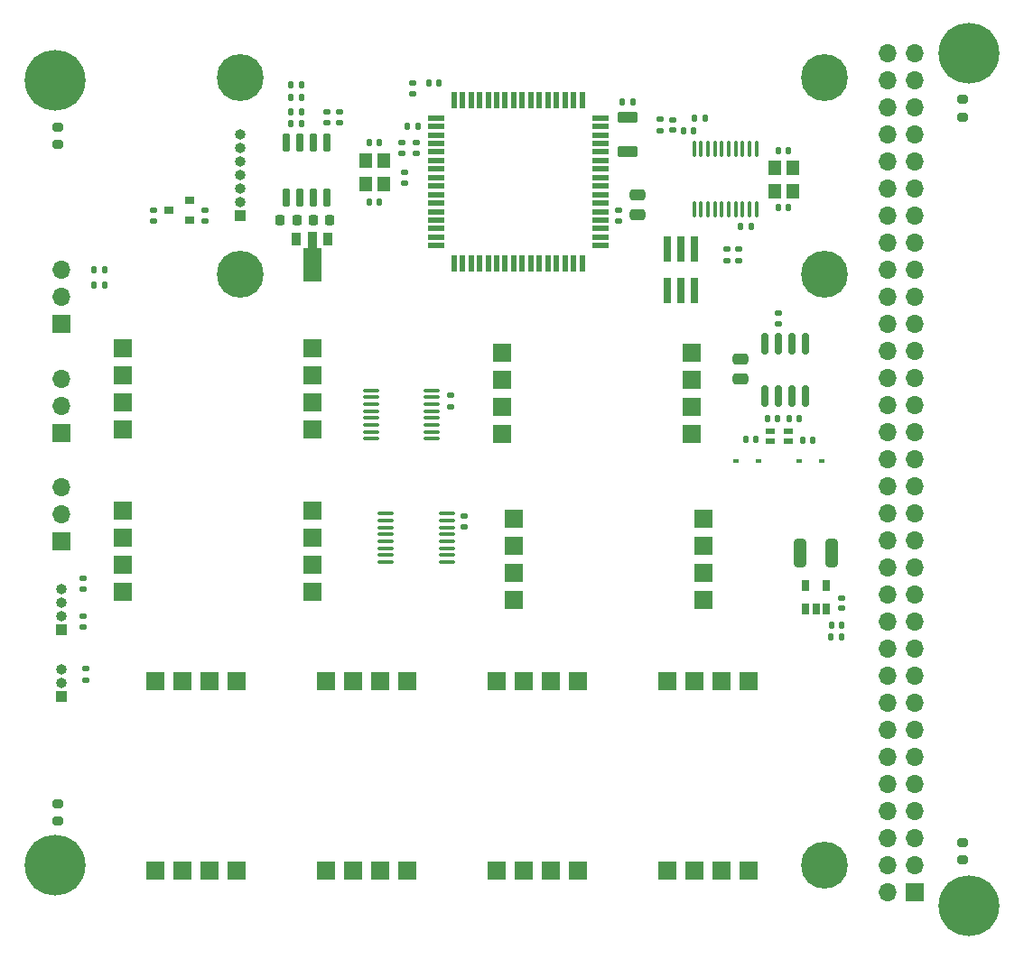
<source format=gbr>
%TF.GenerationSoftware,KiCad,Pcbnew,(6.0.0-rc1-155-g08cb573e11)*%
%TF.CreationDate,2021-12-21T18:41:38+09:00*%
%TF.ProjectId,ykts-payload,796b7473-2d70-4617-996c-6f61642e6b69,A1*%
%TF.SameCoordinates,Original*%
%TF.FileFunction,Soldermask,Top*%
%TF.FilePolarity,Negative*%
%FSLAX46Y46*%
G04 Gerber Fmt 4.6, Leading zero omitted, Abs format (unit mm)*
G04 Created by KiCad (PCBNEW (6.0.0-rc1-155-g08cb573e11)) date 2021-12-21 18:41:38*
%MOMM*%
%LPD*%
G01*
G04 APERTURE LIST*
G04 Aperture macros list*
%AMRoundRect*
0 Rectangle with rounded corners*
0 $1 Rounding radius*
0 $2 $3 $4 $5 $6 $7 $8 $9 X,Y pos of 4 corners*
0 Add a 4 corners polygon primitive as box body*
4,1,4,$2,$3,$4,$5,$6,$7,$8,$9,$2,$3,0*
0 Add four circle primitives for the rounded corners*
1,1,$1+$1,$2,$3*
1,1,$1+$1,$4,$5*
1,1,$1+$1,$6,$7*
1,1,$1+$1,$8,$9*
0 Add four rect primitives between the rounded corners*
20,1,$1+$1,$2,$3,$4,$5,0*
20,1,$1+$1,$4,$5,$6,$7,0*
20,1,$1+$1,$6,$7,$8,$9,0*
20,1,$1+$1,$8,$9,$2,$3,0*%
%AMFreePoly0*
4,1,9,3.862500,-0.866500,0.737500,-0.866500,0.737500,-0.450000,-0.737500,-0.450000,-0.737500,0.450000,0.737500,0.450000,0.737500,0.866500,3.862500,0.866500,3.862500,-0.866500,3.862500,-0.866500,$1*%
G04 Aperture macros list end*
%ADD10C,5.700000*%
%ADD11R,1.700000X1.700000*%
%ADD12O,1.700000X1.700000*%
%ADD13RoundRect,0.140000X0.170000X-0.140000X0.170000X0.140000X-0.170000X0.140000X-0.170000X-0.140000X0*%
%ADD14RoundRect,0.140000X0.140000X0.170000X-0.140000X0.170000X-0.140000X-0.170000X0.140000X-0.170000X0*%
%ADD15RoundRect,0.250000X0.475000X-0.250000X0.475000X0.250000X-0.475000X0.250000X-0.475000X-0.250000X0*%
%ADD16RoundRect,0.140000X-0.140000X-0.170000X0.140000X-0.170000X0.140000X0.170000X-0.140000X0.170000X0*%
%ADD17R,0.600000X0.450000*%
%ADD18RoundRect,0.025500X-0.354500X0.229500X-0.354500X-0.229500X0.354500X-0.229500X0.354500X0.229500X0*%
%ADD19C,4.400000*%
%ADD20R,1.000000X1.000000*%
%ADD21O,1.000000X1.000000*%
%ADD22RoundRect,0.250000X0.700000X-0.275000X0.700000X0.275000X-0.700000X0.275000X-0.700000X-0.275000X0*%
%ADD23RoundRect,0.135000X-0.185000X0.135000X-0.185000X-0.135000X0.185000X-0.135000X0.185000X0.135000X0*%
%ADD24RoundRect,0.135000X0.185000X-0.135000X0.185000X0.135000X-0.185000X0.135000X-0.185000X-0.135000X0*%
%ADD25RoundRect,0.135000X0.135000X0.185000X-0.135000X0.185000X-0.135000X-0.185000X0.135000X-0.185000X0*%
%ADD26RoundRect,0.135000X-0.135000X-0.185000X0.135000X-0.185000X0.135000X0.185000X-0.135000X0.185000X0*%
%ADD27RoundRect,0.100000X0.637500X0.100000X-0.637500X0.100000X-0.637500X-0.100000X0.637500X-0.100000X0*%
%ADD28RoundRect,0.140000X-0.170000X0.140000X-0.170000X-0.140000X0.170000X-0.140000X0.170000X0.140000X0*%
%ADD29RoundRect,0.147500X-0.147500X-0.172500X0.147500X-0.172500X0.147500X0.172500X-0.147500X0.172500X0*%
%ADD30R,0.550000X1.500000*%
%ADD31R,1.500000X0.550000*%
%ADD32R,1.200000X1.400000*%
%ADD33RoundRect,0.100000X0.100000X-0.637500X0.100000X0.637500X-0.100000X0.637500X-0.100000X-0.637500X0*%
%ADD34RoundRect,0.150000X-0.150000X0.825000X-0.150000X-0.825000X0.150000X-0.825000X0.150000X0.825000X0*%
%ADD35R,0.740000X2.400000*%
%ADD36R,0.900000X0.800000*%
%ADD37RoundRect,0.250000X-0.312500X-1.075000X0.312500X-1.075000X0.312500X1.075000X-0.312500X1.075000X0*%
%ADD38RoundRect,0.225000X0.225000X0.250000X-0.225000X0.250000X-0.225000X-0.250000X0.225000X-0.250000X0*%
%ADD39RoundRect,0.200000X0.275000X-0.200000X0.275000X0.200000X-0.275000X0.200000X-0.275000X-0.200000X0*%
%ADD40RoundRect,0.200000X-0.275000X0.200000X-0.275000X-0.200000X0.275000X-0.200000X0.275000X0.200000X0*%
%ADD41RoundRect,0.225000X-0.225000X-0.250000X0.225000X-0.250000X0.225000X0.250000X-0.225000X0.250000X0*%
%ADD42R,0.900000X1.300000*%
%ADD43FreePoly0,270.000000*%
%ADD44RoundRect,0.147500X0.147500X0.172500X-0.147500X0.172500X-0.147500X-0.172500X0.147500X-0.172500X0*%
%ADD45RoundRect,0.150000X-0.150000X0.725000X-0.150000X-0.725000X0.150000X-0.725000X0.150000X0.725000X0*%
%ADD46R,0.650000X1.060000*%
G04 APERTURE END LIST*
D10*
%TO.C,H1*%
X179705000Y-144780000D03*
%TD*%
%TO.C,H2*%
X179705000Y-64770000D03*
%TD*%
%TO.C,H3*%
X93980000Y-67310000D03*
%TD*%
%TO.C,H4*%
X93980000Y-140970000D03*
%TD*%
D11*
%TO.C,J3*%
X174625000Y-143510000D03*
D12*
X172085000Y-143510000D03*
X174625000Y-140970000D03*
X172085000Y-140970000D03*
X174625000Y-138430000D03*
X172085000Y-138430000D03*
X174625000Y-135890000D03*
X172085000Y-135890000D03*
X174625000Y-133350000D03*
X172085000Y-133350000D03*
X174625000Y-130810000D03*
X172085000Y-130810000D03*
X174625000Y-128270000D03*
X172085000Y-128270000D03*
X174625000Y-125730000D03*
X172085000Y-125730000D03*
X174625000Y-123190000D03*
X172085000Y-123190000D03*
X174625000Y-120650000D03*
X172085000Y-120650000D03*
X174625000Y-118110000D03*
X172085000Y-118110000D03*
X174625000Y-115570000D03*
X172085000Y-115570000D03*
X174625000Y-113030000D03*
X172085000Y-113030000D03*
X174625000Y-110490000D03*
X172085000Y-110490000D03*
X174625000Y-107950000D03*
X172085000Y-107950000D03*
X174625000Y-105410000D03*
X172085000Y-105410000D03*
X174625000Y-102870000D03*
X172085000Y-102870000D03*
X174625000Y-100330000D03*
X172085000Y-100330000D03*
X174625000Y-97790000D03*
X172085000Y-97790000D03*
X174625000Y-95250000D03*
X172085000Y-95250000D03*
X174625000Y-92710000D03*
X172085000Y-92710000D03*
X174625000Y-90170000D03*
X172085000Y-90170000D03*
X174625000Y-87630000D03*
X172085000Y-87630000D03*
X174625000Y-85090000D03*
X172085000Y-85090000D03*
X174625000Y-82550000D03*
X172085000Y-82550000D03*
X174625000Y-80010000D03*
X172085000Y-80010000D03*
X174625000Y-77470000D03*
X172085000Y-77470000D03*
X174625000Y-74930000D03*
X172085000Y-74930000D03*
X174625000Y-72390000D03*
X172085000Y-72390000D03*
X174625000Y-69850000D03*
X172085000Y-69850000D03*
X174625000Y-67310000D03*
X172085000Y-67310000D03*
X174625000Y-64770000D03*
X172085000Y-64770000D03*
%TD*%
D11*
%TO.C,J7*%
X94615000Y-90170000D03*
D12*
X94615000Y-87630000D03*
X94615000Y-85090000D03*
%TD*%
D13*
%TO.C,C3*%
X126492000Y-74140000D03*
X126492000Y-73180000D03*
%TD*%
%TO.C,C4*%
X146812000Y-80490000D03*
X146812000Y-79530000D03*
%TD*%
D14*
%TO.C,C11*%
X162786000Y-79248000D03*
X161826000Y-79248000D03*
%TD*%
D15*
%TO.C,C13*%
X158242000Y-95358000D03*
X158242000Y-93458000D03*
%TD*%
D16*
%TO.C,CH1*%
X162842000Y-99060000D03*
X163802000Y-99060000D03*
%TD*%
D14*
%TO.C,CL1*%
X161770000Y-99060000D03*
X160810000Y-99060000D03*
%TD*%
D17*
%TO.C,D5*%
X163796000Y-102997000D03*
X165896000Y-102997000D03*
%TD*%
D18*
%TO.C,FL1*%
X162760000Y-100276000D03*
X161090000Y-100276000D03*
X161090000Y-101146000D03*
X162760000Y-101146000D03*
%TD*%
D13*
%TO.C,C15*%
X161798000Y-90142000D03*
X161798000Y-89182000D03*
%TD*%
D19*
%TO.C,H5*%
X111379000Y-85471000D03*
%TD*%
%TO.C,H6*%
X111379000Y-67056000D03*
%TD*%
%TO.C,H7*%
X166116000Y-67056000D03*
%TD*%
%TO.C,H8*%
X166116000Y-85471000D03*
%TD*%
D20*
%TO.C,J2*%
X111379000Y-80010000D03*
D21*
X111379000Y-78740000D03*
X111379000Y-77470000D03*
X111379000Y-76200000D03*
X111379000Y-74930000D03*
X111379000Y-73660000D03*
X111379000Y-72390000D03*
%TD*%
D20*
%TO.C,J5*%
X94615000Y-118867000D03*
D21*
X94615000Y-117597000D03*
X94615000Y-116327000D03*
X94615000Y-115057000D03*
%TD*%
D22*
%TO.C,L1*%
X147701000Y-73965000D03*
X147701000Y-70815000D03*
%TD*%
D23*
%TO.C,R11*%
X127889000Y-73150000D03*
X127889000Y-74170000D03*
%TD*%
D24*
%TO.C,R12*%
X126746000Y-76964000D03*
X126746000Y-75944000D03*
%TD*%
D25*
%TO.C,R13*%
X128018000Y-71628000D03*
X126998000Y-71628000D03*
%TD*%
D24*
%TO.C,R16*%
X127508000Y-68582000D03*
X127508000Y-67562000D03*
%TD*%
D23*
%TO.C,R27*%
X132334000Y-108202000D03*
X132334000Y-109222000D03*
%TD*%
D25*
%TO.C,R28*%
X159260000Y-81026000D03*
X158240000Y-81026000D03*
%TD*%
D26*
%TO.C,R29*%
X153922000Y-70866000D03*
X154942000Y-70866000D03*
%TD*%
D24*
%TO.C,R30*%
X150749000Y-72011000D03*
X150749000Y-70991000D03*
%TD*%
D27*
%TO.C,U5*%
X129354500Y-100954000D03*
X129354500Y-100304000D03*
X129354500Y-99654000D03*
X129354500Y-99004000D03*
X129354500Y-98354000D03*
X129354500Y-97704000D03*
X129354500Y-97054000D03*
X129354500Y-96404000D03*
X123629500Y-96404000D03*
X123629500Y-97054000D03*
X123629500Y-97704000D03*
X123629500Y-98354000D03*
X123629500Y-99004000D03*
X123629500Y-99654000D03*
X123629500Y-100304000D03*
X123629500Y-100954000D03*
%TD*%
D16*
%TO.C,C2*%
X123473755Y-73154000D03*
X124433755Y-73154000D03*
%TD*%
%TO.C,C5*%
X147221000Y-69342000D03*
X148181000Y-69342000D03*
%TD*%
D15*
%TO.C,C6*%
X148590000Y-79944000D03*
X148590000Y-78044000D03*
%TD*%
D16*
%TO.C,C10*%
X161826000Y-73914000D03*
X162786000Y-73914000D03*
%TD*%
D14*
%TO.C,C12*%
X153896000Y-72009000D03*
X152936000Y-72009000D03*
%TD*%
D28*
%TO.C,C14*%
X151892000Y-71021000D03*
X151892000Y-71981000D03*
%TD*%
D14*
%TO.C,CH2*%
X159738000Y-100965000D03*
X158778000Y-100965000D03*
%TD*%
D16*
%TO.C,CL2*%
X164112000Y-101092000D03*
X165072000Y-101092000D03*
%TD*%
D29*
%TO.C,D2*%
X129055000Y-67564000D03*
X130025000Y-67564000D03*
%TD*%
D17*
%TO.C,D4*%
X159927000Y-102997000D03*
X157827000Y-102997000D03*
%TD*%
D30*
%TO.C,U1*%
X143414000Y-69135000D03*
X142614000Y-69135000D03*
X141814000Y-69135000D03*
X141014000Y-69135000D03*
X140214000Y-69135000D03*
X139414000Y-69135000D03*
X138614000Y-69135000D03*
X137814000Y-69135000D03*
X137014000Y-69135000D03*
X136214000Y-69135000D03*
X135414000Y-69135000D03*
X134614000Y-69135000D03*
X133814000Y-69135000D03*
X133014000Y-69135000D03*
X132214000Y-69135000D03*
X131414000Y-69135000D03*
D31*
X129714000Y-70835000D03*
X129714000Y-71635000D03*
X129714000Y-72435000D03*
X129714000Y-73235000D03*
X129714000Y-74035000D03*
X129714000Y-74835000D03*
X129714000Y-75635000D03*
X129714000Y-76435000D03*
X129714000Y-77235000D03*
X129714000Y-78035000D03*
X129714000Y-78835000D03*
X129714000Y-79635000D03*
X129714000Y-80435000D03*
X129714000Y-81235000D03*
X129714000Y-82035000D03*
X129714000Y-82835000D03*
D30*
X131414000Y-84535000D03*
X132214000Y-84535000D03*
X133014000Y-84535000D03*
X133814000Y-84535000D03*
X134614000Y-84535000D03*
X135414000Y-84535000D03*
X136214000Y-84535000D03*
X137014000Y-84535000D03*
X137814000Y-84535000D03*
X138614000Y-84535000D03*
X139414000Y-84535000D03*
X140214000Y-84535000D03*
X141014000Y-84535000D03*
X141814000Y-84535000D03*
X142614000Y-84535000D03*
X143414000Y-84535000D03*
D31*
X145114000Y-82835000D03*
X145114000Y-82035000D03*
X145114000Y-81235000D03*
X145114000Y-80435000D03*
X145114000Y-79635000D03*
X145114000Y-78835000D03*
X145114000Y-78035000D03*
X145114000Y-77235000D03*
X145114000Y-76435000D03*
X145114000Y-75635000D03*
X145114000Y-74835000D03*
X145114000Y-74035000D03*
X145114000Y-73235000D03*
X145114000Y-72435000D03*
X145114000Y-71635000D03*
X145114000Y-70835000D03*
%TD*%
D32*
%TO.C,Y2*%
X163156000Y-77681000D03*
X163156000Y-75481000D03*
X161456000Y-75481000D03*
X161456000Y-77681000D03*
%TD*%
D11*
%TO.C,N1*%
X118110000Y-107696000D03*
X118110000Y-110236000D03*
X118110000Y-112776000D03*
X118110000Y-115316000D03*
X100330000Y-107696000D03*
X100330000Y-110236000D03*
X100330000Y-112776000D03*
X100330000Y-115316000D03*
%TD*%
%TO.C,N2*%
X118110000Y-92456000D03*
X118110000Y-94996000D03*
X118110000Y-97536000D03*
X118110000Y-100076000D03*
X100330000Y-92456000D03*
X100330000Y-94996000D03*
X100330000Y-97536000D03*
X100330000Y-100076000D03*
%TD*%
%TO.C,N3*%
X135890000Y-100457000D03*
X135890000Y-97917000D03*
X135890000Y-95377000D03*
X135890000Y-92837000D03*
X153670000Y-100457000D03*
X153670000Y-97917000D03*
X153670000Y-95377000D03*
X153670000Y-92837000D03*
%TD*%
%TO.C,N4*%
X137033000Y-116078000D03*
X137033000Y-113538000D03*
X137033000Y-110998000D03*
X137033000Y-108458000D03*
X154813000Y-116078000D03*
X154813000Y-113538000D03*
X154813000Y-110998000D03*
X154813000Y-108458000D03*
%TD*%
%TO.C,N5*%
X103378000Y-123698000D03*
X105918000Y-123698000D03*
X108458000Y-123698000D03*
X110998000Y-123698000D03*
X103378000Y-141478000D03*
X105918000Y-141478000D03*
X108458000Y-141478000D03*
X110998000Y-141478000D03*
%TD*%
%TO.C,N6*%
X151384000Y-123698000D03*
X153924000Y-123698000D03*
X156464000Y-123698000D03*
X159004000Y-123698000D03*
X151384000Y-141478000D03*
X153924000Y-141478000D03*
X156464000Y-141478000D03*
X159004000Y-141478000D03*
%TD*%
%TO.C,N7*%
X119380000Y-123698000D03*
X121920000Y-123698000D03*
X124460000Y-123698000D03*
X127000000Y-123698000D03*
X119380000Y-141478000D03*
X121920000Y-141478000D03*
X124460000Y-141478000D03*
X127000000Y-141478000D03*
%TD*%
%TO.C,N8*%
X135382000Y-123698000D03*
X137922000Y-123698000D03*
X140462000Y-123698000D03*
X143002000Y-123698000D03*
X135382000Y-141478000D03*
X137922000Y-141478000D03*
X140462000Y-141478000D03*
X143002000Y-141478000D03*
%TD*%
D27*
%TO.C,U6*%
X130751500Y-112511000D03*
X130751500Y-111861000D03*
X130751500Y-111211000D03*
X130751500Y-110561000D03*
X130751500Y-109911000D03*
X130751500Y-109261000D03*
X130751500Y-108611000D03*
X130751500Y-107961000D03*
X125026500Y-107961000D03*
X125026500Y-108611000D03*
X125026500Y-109261000D03*
X125026500Y-109911000D03*
X125026500Y-110561000D03*
X125026500Y-111211000D03*
X125026500Y-111861000D03*
X125026500Y-112511000D03*
%TD*%
D33*
%TO.C,U7*%
X153920000Y-79443500D03*
X154570000Y-79443500D03*
X155220000Y-79443500D03*
X155870000Y-79443500D03*
X156520000Y-79443500D03*
X157170000Y-79443500D03*
X157820000Y-79443500D03*
X158470000Y-79443500D03*
X159120000Y-79443500D03*
X159770000Y-79443500D03*
X159770000Y-73718500D03*
X159120000Y-73718500D03*
X158470000Y-73718500D03*
X157820000Y-73718500D03*
X157170000Y-73718500D03*
X156520000Y-73718500D03*
X155870000Y-73718500D03*
X155220000Y-73718500D03*
X154570000Y-73718500D03*
X153920000Y-73718500D03*
%TD*%
D34*
%TO.C,U8*%
X164338000Y-92013000D03*
X163068000Y-92013000D03*
X161798000Y-92013000D03*
X160528000Y-92013000D03*
X160528000Y-96963000D03*
X161798000Y-96963000D03*
X163068000Y-96963000D03*
X164338000Y-96963000D03*
%TD*%
D14*
%TO.C,C1*%
X124433755Y-78742000D03*
X123473755Y-78742000D03*
%TD*%
D35*
%TO.C,J6*%
X151384000Y-87040000D03*
X151384000Y-83140000D03*
X152654000Y-87040000D03*
X152654000Y-83140000D03*
X153924000Y-87040000D03*
X153924000Y-83140000D03*
%TD*%
D36*
%TO.C,Q1*%
X106664000Y-80452000D03*
X106664000Y-78552000D03*
X104664000Y-79502000D03*
%TD*%
D24*
%TO.C,R9*%
X108077000Y-80520000D03*
X108077000Y-79500000D03*
%TD*%
D23*
%TO.C,R10*%
X103251000Y-79500000D03*
X103251000Y-80520000D03*
%TD*%
%TO.C,R26*%
X131064000Y-96899000D03*
X131064000Y-97919000D03*
%TD*%
D32*
%TO.C,Y1*%
X124803755Y-77048000D03*
X124803755Y-74848000D03*
X123103755Y-74848000D03*
X123103755Y-77048000D03*
%TD*%
D24*
%TO.C,R22*%
X119507000Y-71311500D03*
X119507000Y-70291500D03*
%TD*%
D37*
%TO.C,R_CSB1*%
X163899500Y-111675000D03*
X166824500Y-111675000D03*
%TD*%
D38*
%TO.C,C7*%
X116663500Y-80391000D03*
X115113500Y-80391000D03*
%TD*%
D19*
%TO.C,H9*%
X166116000Y-140970000D03*
%TD*%
D26*
%TO.C,R21*%
X116140500Y-71374000D03*
X117160500Y-71374000D03*
%TD*%
D24*
%TO.C,R8*%
X96901000Y-123573000D03*
X96901000Y-122553000D03*
%TD*%
D39*
%TO.C,R1*%
X179070000Y-140461000D03*
X179070000Y-138811000D03*
%TD*%
D25*
%TO.C,R18*%
X117160500Y-70231000D03*
X116140500Y-70231000D03*
%TD*%
D23*
%TO.C,R6*%
X96647000Y-114044000D03*
X96647000Y-115064000D03*
%TD*%
D40*
%TO.C,R3*%
X94234000Y-71692000D03*
X94234000Y-73342000D03*
%TD*%
D11*
%TO.C,J1*%
X94615000Y-110602000D03*
D12*
X94615000Y-108062000D03*
X94615000Y-105522000D03*
%TD*%
D23*
%TO.C,R5*%
X156972000Y-83183000D03*
X156972000Y-84203000D03*
%TD*%
D24*
%TO.C,R24*%
X158115000Y-84203000D03*
X158115000Y-83183000D03*
%TD*%
D41*
%TO.C,C8*%
X118224000Y-80391000D03*
X119774000Y-80391000D03*
%TD*%
D23*
%TO.C,R7*%
X96647000Y-117600000D03*
X96647000Y-118620000D03*
%TD*%
D26*
%TO.C,R20*%
X116138500Y-68897500D03*
X117158500Y-68897500D03*
%TD*%
D42*
%TO.C,U2*%
X119610000Y-82232500D03*
D43*
X118110000Y-82320000D03*
D42*
X116610000Y-82232500D03*
%TD*%
D44*
%TO.C,D3*%
X167752000Y-118406000D03*
X166782000Y-118406000D03*
%TD*%
D11*
%TO.C,J9*%
X94615000Y-100442000D03*
D12*
X94615000Y-97902000D03*
X94615000Y-95362000D03*
%TD*%
D45*
%TO.C,U3*%
X119507000Y-73144500D03*
X118237000Y-73144500D03*
X116967000Y-73144500D03*
X115697000Y-73144500D03*
X115697000Y-78294500D03*
X116967000Y-78294500D03*
X118237000Y-78294500D03*
X119507000Y-78294500D03*
%TD*%
D25*
%TO.C,R15*%
X98681000Y-86487000D03*
X97661000Y-86487000D03*
%TD*%
D23*
%TO.C,R19*%
X120650000Y-70291500D03*
X120650000Y-71311500D03*
%TD*%
D13*
%TO.C,C9*%
X167775000Y-116854000D03*
X167775000Y-115894000D03*
%TD*%
D26*
%TO.C,R14*%
X97663000Y-85090000D03*
X98683000Y-85090000D03*
%TD*%
D39*
%TO.C,R4*%
X94234000Y-136842000D03*
X94234000Y-135192000D03*
%TD*%
D46*
%TO.C,U4*%
X164404000Y-116924000D03*
X165354000Y-116924000D03*
X166304000Y-116924000D03*
X166304000Y-114724000D03*
X164404000Y-114724000D03*
%TD*%
D25*
%TO.C,R23*%
X167777000Y-119549000D03*
X166757000Y-119549000D03*
%TD*%
D40*
%TO.C,R2*%
X179070000Y-69088000D03*
X179070000Y-70738000D03*
%TD*%
D20*
%TO.C,J4*%
X94615000Y-125095000D03*
D21*
X94615000Y-123825000D03*
X94615000Y-122555000D03*
%TD*%
D25*
%TO.C,R17*%
X117158500Y-67754500D03*
X116138500Y-67754500D03*
%TD*%
M02*

</source>
